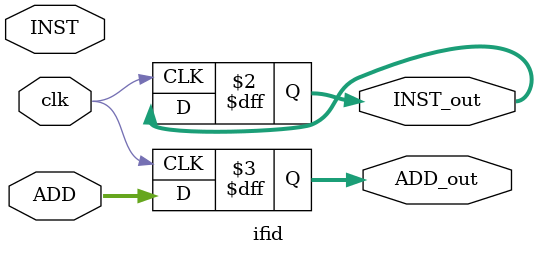
<source format=v>
module MEMWBRegister(
	input clk, WB, 
	input [4:0] INS,
	input [31:0] ALU, DATA_MEM,
	output reg WB_out,
	output reg [4:0] INS_out,
	output reg [31:0] ALU_out, DATA_MEM_out
	);

always @ (posedge clk) begin
 WB_out=WB;

	 INS_out=INS;
	 ALU_out=ALU;
	 DATA_MEM_out=DATA_MEM ;
end

endmodule



module exMem(
	input clk, WB, M,
	input [4:0] mux,
	input [31:0] ALU,ADD, ReadData2,
	output reg WB_out, M_out,
	output reg [4:0] mux_out,
	output reg [31:0] ALU_out, ReadData2_out,ADD_out
	);

always @ (posedge clk) begin
 WB_out=WB;
	 M_out=M;
	 mux_out=mux;
	 ALU_out=ALU;
	 ReadData2_out=ReadData2 ;
	 ADD_out=ADD;
end

endmodule

module idex(
	input clk, WB, M,EX,
	input [4:0] inst_20,inst_15,
	input [31:0] ALU,ADD,ReadData1, ReadData2,SIGNEXT,
	output reg WB_out, M_out,EX_out,
	output reg [4:0] inst_20_out,inst_15_out,
	output reg [31:0] ReadData1_out, ReadData2_out,SIGNEXT_out
	);

always @ (posedge clk) begin
 WB_out=WB;
 M_out=M;
 EX_out=EX;
	 inst_20_out=inst_20;inst_15_out=inst_15;
	 
	 ReadData1_out=ReadData1 ;
	 ReadData2_out=ReadData2 ;
	 SIGNEXT_out=SIGNEXT;
	
end

endmodule

module ifid(
	input clk,
	input [31:0] INST, ADD,
	output reg [31:0] INST_out, ADD_out
	);

always @ (posedge clk) begin
 INST_out=INST_out;
 ADD_out=ADD;
	
end


endmodule






</source>
